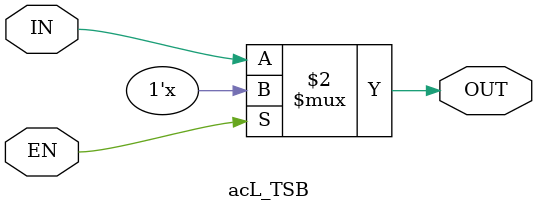
<source format=v>
module acL_TSB(
    input IN,
    input EN,
    output OUT
    );
assign OUT = !EN? IN: 1'bz;

endmodule

</source>
